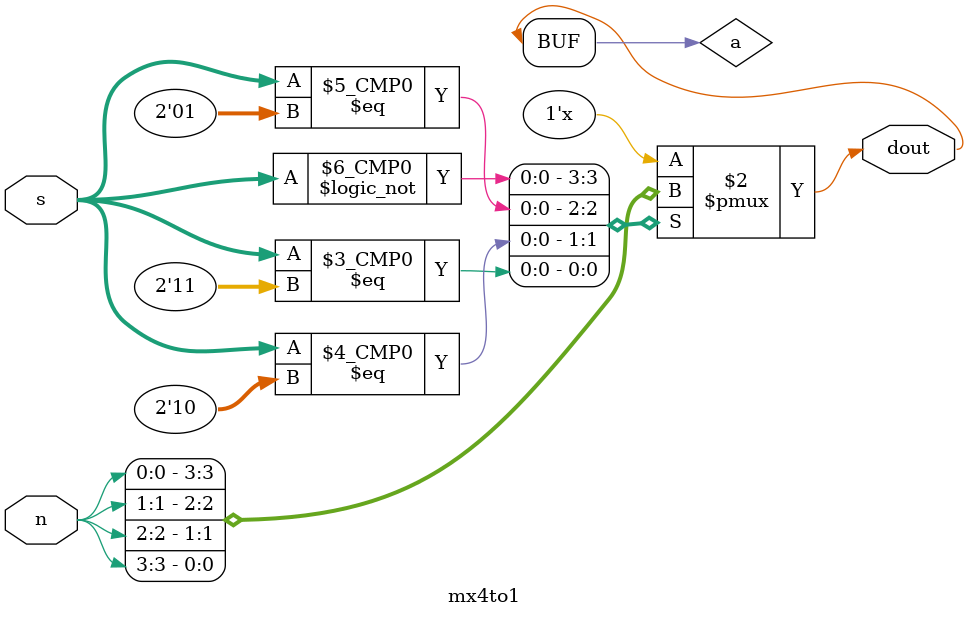
<source format=v>
`timescale 1ns / 1ps
module mx4to1(n,s,dout);
input [3:0] n;
input [1:0] s;
output dout;
reg a;
always @(s, n) begin
case(s)
2'b00 : a=n[0];
2'b01 : a=n[1];
2'b10 : a=n[2];
2'b11 : a=n[3];
endcase
end
assign dout = a;
endmodule
</source>
